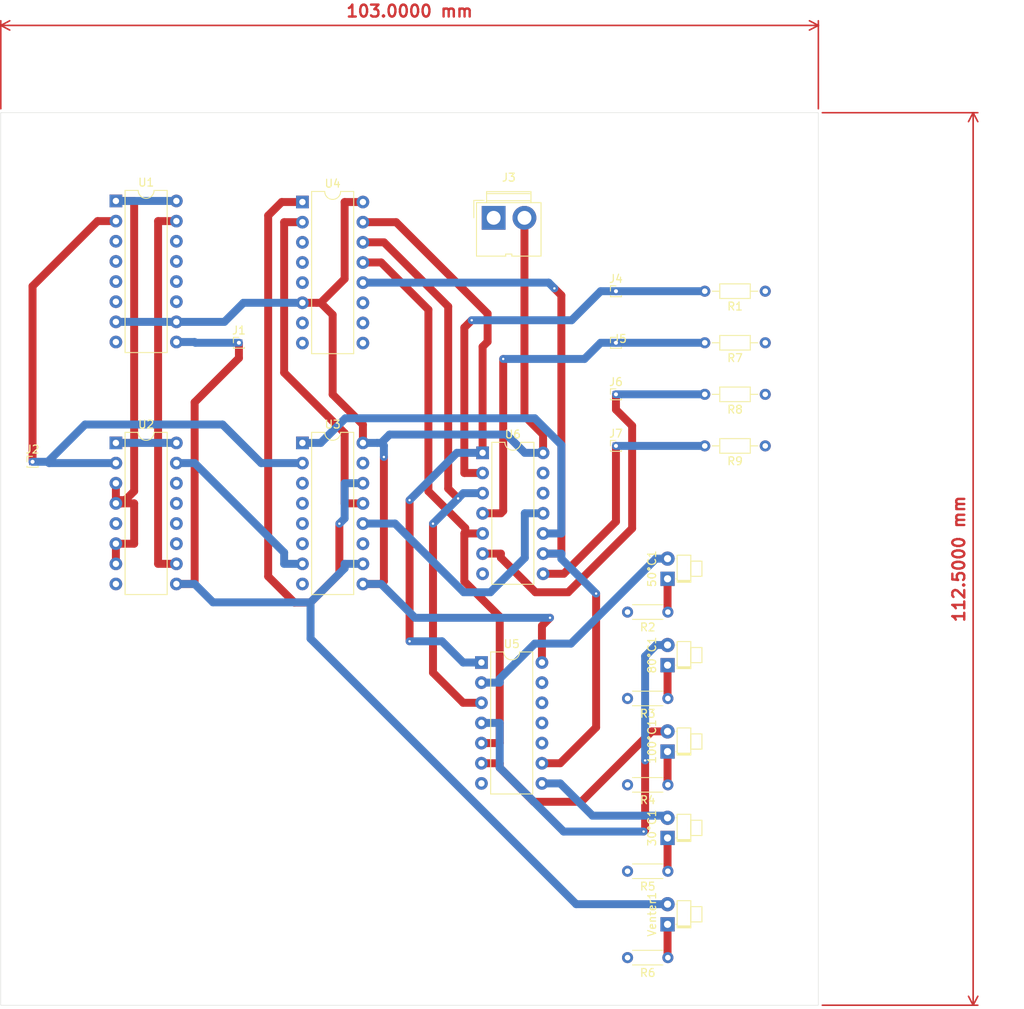
<source format=kicad_pcb>
(kicad_pcb (version 20240108) (generator "pcbnew") (generator_version "8.0")
  (layers (0 "F.Cu" signal) (31 "B.Cu" signal) (34 "B.Paste" user) (35 "F.Paste" user) (36 "B.SilkS" user "B.Silkscreen") (37 "F.SilkS" user "F.Silkscreen") (38 "B.Mask" user) (39 "F.Mask" user) (44 "Edge.Cuts" user))
  (net 0 "")
  (net 1 "Net-(J1-Pin_1)")
  (net 2 "Net-(J2-Pin_1)")
  (net 3 "GND")
  (net 4 "+5V")
  (net 9 "Net-(U1-TC)")
  (net 13 "Net-(U2-TC)")
  (net 15 "Net-(U3-Q1)")
  (net 17 "Net-(U3-~{MR})")
  (net 18 "Net-(U3-Q0)")
  (net 20 "Net-(U3-Q2)")
  (net 23 "Net-(U4-Y3)")
  (net 24 "Net-(U4-Y2)")
  (net 25 "Net-(U4-Y0)")
  (net 27 "Net-(U4-Y1)")
  (net 31 "Net-(J4-Pin_1)")
  (net 32 "Net-(J5-Pin_1)")
  (net 33 "Net-(J6-Pin_1)")
  (net 36 "Net-(30°C1-K)")
  (net 37 "Net-(30°C1-A)")
  (net 38 "Net-(50°C1-A)")
  (net 39 "Net-(50°C1-K)")
  (net 40 "Net-(80°C1-A)")
  (net 41 "Net-(80°C1-K)")
  (net 42 "Net-(100°C1-K)")
  (net 43 "Net-(100°C1-A)")
  (net 44 "Net-(J7-Pin_1)")
  (net 45 "Net-(Venter1-K)")
  (footprint "Resistor_THT:R_Axial_DIN0204_L3.6mm_D1.6mm_P7.62mm_Horizontal" (layer "F.Cu") (at 191.31 59 180)
    (property "Reference" "R1" (at 3.81 -1.92 0) (layer "F.SilkS"))
    (property "Value" "5MΩ")
    (pad "1" thru_hole circle (at 0 0 180) (size 1.4 1.4) (drill 0.7) (layers "*.Cu" "*.Mask") (net 3 "GND"))
    (pad "2" thru_hole oval (at 7.62 0 180) (size 1.4 1.4) (drill 0.7) (layers "*.Cu" "*.Mask") (net 31 "Net-(J4-Pin_1)"))
  )
  (footprint "Resistor_THT:R_Axial_DIN0204_L3.6mm_D1.6mm_P7.62mm_Horizontal" (layer "F.Cu") (at 191.31 65.5 180)
    (property "Reference" "R7" (at 3.81 -1.92 0) (layer "F.SilkS"))
    (property "Value" "5MΩ")
    (pad "1" thru_hole circle (at 0 0 180) (size 1.4 1.4) (drill 0.7) (layers "*.Cu" "*.Mask") (net 3 "GND"))
    (pad "2" thru_hole oval (at 7.62 0 180) (size 1.4 1.4) (drill 0.7) (layers "*.Cu" "*.Mask") (net 32 "Net-(J5-Pin_1)"))
  )
  (footprint "LED_THT:LED_D1.8mm_W1.8mm_H2.4mm_Horizontal_O1.27mm_Z8.2mm" (layer "F.Cu") (at 179 117.0278 90)
    (property "Reference" "100°C1" (at 1.27 -1.96 90) (layer "F.SilkS"))
    (property "Value" "LED")
    (pad "1" thru_hole rect (at 0 0 90) (size 1.8 1.8) (drill 0.9) (layers "*.Cu" "*.Mask") (net 42 "Net-(100°C1-K)"))
    (pad "2" thru_hole circle (at 2.54 0 90) (size 1.8 1.8) (drill 0.9) (layers "*.Cu" "*.Mask") (net 43 "Net-(100°C1-A)"))
  )
  (footprint "Resistor_THT:R_Axial_DIN0204_L3.6mm_D1.6mm_P5.08mm_Horizontal" (layer "F.Cu") (at 179.04 143 180)
    (property "Reference" "R6" (at 2.54 -1.92 0) (layer "F.SilkS"))
    (property "Value" "200Ω")
    (pad "1" thru_hole circle (at 0 0 180) (size 1.4 1.4) (drill 0.7) (layers "*.Cu" "*.Mask") (net 45 "Net-(Venter1-K)"))
    (pad "2" thru_hole oval (at 5.08 0 180) (size 1.4 1.4) (drill 0.7) (layers "*.Cu" "*.Mask") (net 3 "GND"))
  )
  (footprint "LED_THT:LED_D1.8mm_W1.8mm_H2.4mm_Horizontal_O1.27mm_Z8.2mm" (layer "F.Cu") (at 179 106.1389 90)
    (property "Reference" "80°C1" (at 1.27 -1.96 90) (layer "F.SilkS"))
    (property "Value" "LED")
    (pad "1" thru_hole rect (at 0 0 90) (size 1.8 1.8) (drill 0.9) (layers "*.Cu" "*.Mask") (net 41 "Net-(80°C1-K)"))
    (pad "2" thru_hole circle (at 2.54 0 90) (size 1.8 1.8) (drill 0.9) (layers "*.Cu" "*.Mask") (net 40 "Net-(80°C1-A)"))
  )
  (footprint "LED_THT:LED_D1.8mm_W1.8mm_H2.4mm_Horizontal_O1.27mm_Z8.2mm" (layer "F.Cu") (at 179 127.9167 90)
    (property "Reference" "30°C1" (at 1.27 -1.96 90) (layer "F.SilkS"))
    (property "Value" "LED")
    (pad "1" thru_hole rect (at 0 0 90) (size 1.8 1.8) (drill 0.9) (layers "*.Cu" "*.Mask") (net 36 "Net-(30°C1-K)"))
    (pad "2" thru_hole circle (at 2.54 0 90) (size 1.8 1.8) (drill 0.9) (layers "*.Cu" "*.Mask") (net 37 "Net-(30°C1-A)"))
  )
  (footprint "Connector_PinHeader_1.00mm:PinHeader_1x01_P1.00mm_Vertical" (layer "F.Cu") (at 172.5 65.5)
    (property "Reference" "J5" (at 0.5 -0.5 0) (layer "F.SilkS"))
    (property "Value" "80°C")
    (pad "1" thru_hole rect (at 0 0) (size 0.85 0.85) (drill 0.5) (layers "*.Cu" "*.Mask") (net 32 "Net-(J5-Pin_1)"))
  )
  (footprint "LED_THT:LED_D1.8mm_W1.8mm_H2.4mm_Horizontal_O1.27mm_Z8.2mm" (layer "F.Cu") (at 179 138.8056 90)
    (property "Reference" "Venter1" (at 1.27 -1.96 90) (layer "F.SilkS"))
    (property "Value" "LED")
    (pad "1" thru_hole rect (at 0 0 90) (size 1.8 1.8) (drill 0.9) (layers "*.Cu" "*.Mask") (net 45 "Net-(Venter1-K)"))
    (pad "2" thru_hole circle (at 2.54 0 90) (size 1.8 1.8) (drill 0.9) (layers "*.Cu" "*.Mask") (net 1 "Net-(J1-Pin_1)"))
  )
  (footprint "Connector_PinHeader_1.00mm:PinHeader_1x01_P1.00mm_Vertical" (layer "F.Cu") (at 172.5 59)
    (property "Reference" "J4" (at 0 -1.56 0) (layer "F.SilkS"))
    (property "Value" "50°C")
    (pad "1" thru_hole rect (at 0 0) (size 0.85 0.85) (drill 0.5) (layers "*.Cu" "*.Mask") (net 31 "Net-(J4-Pin_1)"))
  )
  (footprint "Package_DIP:DIP-16_W7.62mm" (layer "F.Cu") (at 133 78.125)
    (property "Reference" "U3" (at 3.81 -2.33 0) (layer "F.SilkS"))
    (property "Value" "SN74HC163N")
    (pad "1" thru_hole rect (at 0 0) (size 1.6 1.6) (drill 0.8) (layers "*.Cu" "*.Mask") (net 17 "Net-(U3-~{MR})"))
    (pad "2" thru_hole oval (at 0 2.54) (size 1.6 1.6) (drill 0.8) (layers "*.Cu" "*.Mask") (net 2 "Net-(J2-Pin_1)"))
    (pad "3" thru_hole oval (at 0 5.08) (size 1.6 1.6) (drill 0.8) (layers "*.Cu" "*.Mask") (net 3 "GND"))
    (pad "4" thru_hole oval (at 0 7.62) (size 1.6 1.6) (drill 0.8) (layers "*.Cu" "*.Mask") (net 3 "GND"))
    (pad "5" thru_hole oval (at 0 10.16) (size 1.6 1.6) (drill 0.8) (layers "*.Cu" "*.Mask") (net 3 "GND"))
    (pad "6" thru_hole oval (at 0 12.7) (size 1.6 1.6) (drill 0.8) (layers "*.Cu" "*.Mask") (net 3 "GND"))
    (pad "7" thru_hole oval (at 0 15.24) (size 1.6 1.6) (drill 0.8) (layers "*.Cu" "*.Mask") (net 13 "Net-(U2-TC)"))
    (pad "8" thru_hole oval (at 0 17.78) (size 1.6 1.6) (drill 0.8) (layers "*.Cu" "*.Mask") (net 3 "GND"))
    (pad "9" thru_hole oval (at 7.62 17.78) (size 1.6 1.6) (drill 0.8) (layers "*.Cu" "*.Mask") (net 4 "+5V"))
    (pad "10" thru_hole oval (at 7.62 15.24) (size 1.6 1.6) (drill 0.8) (layers "*.Cu" "*.Mask") (net 1 "Net-(J1-Pin_1)"))
    (pad "11" thru_hole oval (at 7.62 12.7) (size 1.6 1.6) (drill 0.8) (layers "*.Cu" "*.Mask"))
    (pad "12" thru_hole oval (at 7.62 10.16) (size 1.6 1.6) (drill 0.8) (layers "*.Cu" "*.Mask") (net 20 "Net-(U3-Q2)"))
    (pad "13" thru_hole oval (at 7.62 7.62) (size 1.6 1.6) (drill 0.8) (layers "*.Cu" "*.Mask") (net 15 "Net-(U3-Q1)"))
    (pad "14" thru_hole oval (at 7.62 5.08) (size 1.6 1.6) (drill 0.8) (layers "*.Cu" "*.Mask") (net 18 "Net-(U3-Q0)"))
    (pad "15" thru_hole oval (at 7.62 2.54) (size 1.6 1.6) (drill 0.8) (layers "*.Cu" "*.Mask"))
    (pad "16" thru_hole oval (at 7.62 0) (size 1.6 1.6) (drill 0.8) (layers "*.Cu" "*.Mask") (net 4 "+5V"))
  )
  (footprint "Connector_PinHeader_1.00mm:PinHeader_1x01_P1.00mm_Vertical" (layer "F.Cu") (at 172.5 78.5)
    (property "Reference" "J7" (at 0 -1.56 0) (layer "F.SilkS"))
    (property "Value" "30°C")
    (pad "1" thru_hole rect (at 0 0) (size 0.85 0.85) (drill 0.5) (layers "*.Cu" "*.Mask") (net 44 "Net-(J7-Pin_1)"))
  )
  (footprint "Resistor_THT:R_Axial_DIN0204_L3.6mm_D1.6mm_P7.62mm_Horizontal" (layer "F.Cu") (at 191.31 72 180)
    (property "Reference" "R8" (at 3.81 -1.92 0) (layer "F.SilkS"))
    (property "Value" "5MΩ")
    (pad "1" thru_hole circle (at 0 0 180) (size 1.4 1.4) (drill 0.7) (layers "*.Cu" "*.Mask") (net 3 "GND"))
    (pad "2" thru_hole oval (at 7.62 0 180) (size 1.4 1.4) (drill 0.7) (layers "*.Cu" "*.Mask") (net 33 "Net-(J6-Pin_1)"))
  )
  (footprint "Package_DIP:DIP-16_W7.62mm" (layer "F.Cu") (at 109.5 78.125)
    (property "Reference" "U2" (at 3.81 -2.33 0) (layer "F.SilkS"))
    (property "Value" "SN74HC163N")
    (pad "1" thru_hole rect (at 0 0) (size 1.6 1.6) (drill 0.8) (layers "*.Cu" "*.Mask") (net 4 "+5V"))
    (pad "2" thru_hole oval (at 0 2.54) (size 1.6 1.6) (drill 0.8) (layers "*.Cu" "*.Mask") (net 2 "Net-(J2-Pin_1)"))
    (pad "3" thru_hole oval (at 0 5.08) (size 1.6 1.6) (drill 0.8) (layers "*.Cu" "*.Mask") (net 4 "+5V"))
    (pad "4" thru_hole oval (at 0 7.62) (size 1.6 1.6) (drill 0.8) (layers "*.Cu" "*.Mask") (net 4 "+5V"))
    (pad "5" thru_hole oval (at 0 10.16) (size 1.6 1.6) (drill 0.8) (layers "*.Cu" "*.Mask") (net 3 "GND"))
    (pad "6" thru_hole oval (at 0 12.7) (size 1.6 1.6) (drill 0.8) (layers "*.Cu" "*.Mask") (net 4 "+5V"))
    (pad "7" thru_hole oval (at 0 15.24) (size 1.6 1.6) (drill 0.8) (layers "*.Cu" "*.Mask") (net 4 "+5V"))
    (pad "8" thru_hole oval (at 0 17.78) (size 1.6 1.6) (drill 0.8) (layers "*.Cu" "*.Mask") (net 3 "GND"))
    (pad "9" thru_hole oval (at 7.62 17.78) (size 1.6 1.6) (drill 0.8) (layers "*.Cu" "*.Mask") (net 1 "Net-(J1-Pin_1)"))
    (pad "10" thru_hole oval (at 7.62 15.24) (size 1.6 1.6) (drill 0.8) (layers "*.Cu" "*.Mask") (net 9 "Net-(U1-TC)"))
    (pad "11" thru_hole oval (at 7.62 12.7) (size 1.6 1.6) (drill 0.8) (layers "*.Cu" "*.Mask"))
    (pad "12" thru_hole oval (at 7.62 10.16) (size 1.6 1.6) (drill 0.8) (layers "*.Cu" "*.Mask"))
    (pad "13" thru_hole oval (at 7.62 7.62) (size 1.6 1.6) (drill 0.8) (layers "*.Cu" "*.Mask"))
    (pad "14" thru_hole oval (at 7.62 5.08) (size 1.6 1.6) (drill 0.8) (layers "*.Cu" "*.Mask"))
    (pad "15" thru_hole oval (at 7.62 2.54) (size 1.6 1.6) (drill 0.8) (layers "*.Cu" "*.Mask") (net 13 "Net-(U2-TC)"))
    (pad "16" thru_hole oval (at 7.62 0) (size 1.6 1.6) (drill 0.8) (layers "*.Cu" "*.Mask") (net 4 "+5V"))
  )
  (footprint "Package_DIP:DIP-14_W7.62mm" (layer "F.Cu") (at 155.555 105.8)
    (property "Reference" "U5" (at 3.81 -2.33 0) (layer "F.SilkS"))
    (property "Value" "SN74HC04N")
    (pad "1" thru_hole rect (at 0 0) (size 1.6 1.6) (drill 0.8) (layers "*.Cu" "*.Mask") (net 25 "Net-(U4-Y0)"))
    (pad "2" thru_hole oval (at 0 2.54) (size 1.6 1.6) (drill 0.8) (layers "*.Cu" "*.Mask") (net 38 "Net-(50°C1-A)"))
    (pad "3" thru_hole oval (at 0 5.08) (size 1.6 1.6) (drill 0.8) (layers "*.Cu" "*.Mask") (net 27 "Net-(U4-Y1)"))
    (pad "4" thru_hole oval (at 0 7.62) (size 1.6 1.6) (drill 0.8) (layers "*.Cu" "*.Mask") (net 40 "Net-(80°C1-A)"))
    (pad "5" thru_hole oval (at 0 10.16) (size 1.6 1.6) (drill 0.8) (layers "*.Cu" "*.Mask") (net 24 "Net-(U4-Y2)"))
    (pad "6" thru_hole oval (at 0 12.7) (size 1.6 1.6) (drill 0.8) (layers "*.Cu" "*.Mask") (net 43 "Net-(100°C1-A)"))
    (pad "7" thru_hole oval (at 0 15.24) (size 1.6 1.6) (drill 0.8) (layers "*.Cu" "*.Mask") (net 3 "GND"))
    (pad "8" thru_hole oval (at 7.62 15.24) (size 1.6 1.6) (drill 0.8) (layers "*.Cu" "*.Mask") (net 37 "Net-(30°C1-A)"))
    (pad "9" thru_hole oval (at 7.62 12.7) (size 1.6 1.6) (drill 0.8) (layers "*.Cu" "*.Mask") (net 23 "Net-(U4-Y3)"))
    (pad "10" thru_hole oval (at 7.62 10.16) (size 1.6 1.6) (drill 0.8) (layers "*.Cu" "*.Mask"))
    (pad "11" thru_hole oval (at 7.62 7.62) (size 1.6 1.6) (drill 0.8) (layers "*.Cu" "*.Mask"))
    (pad "12" thru_hole oval (at 7.62 5.08) (size 1.6 1.6) (drill 0.8) (layers "*.Cu" "*.Mask"))
    (pad "13" thru_hole oval (at 7.62 2.54) (size 1.6 1.6) (drill 0.8) (layers "*.Cu" "*.Mask"))
    (pad "14" thru_hole oval (at 7.62 0) (size 1.6 1.6) (drill 0.8) (layers "*.Cu" "*.Mask") (net 4 "+5V"))
  )
  (footprint "Connector_PinHeader_1.00mm:PinHeader_1x01_P1.00mm_Vertical" (layer "F.Cu") (at 125 65.5)
    (property "Reference" "J1" (at 0 -1.56 0) (layer "F.SilkS"))
    (property "Value" "Afv_displ")
    (pad "1" thru_hole rect (at 0 0) (size 0.85 0.85) (drill 0.5) (layers "*.Cu" "*.Mask") (net 1 "Net-(J1-Pin_1)"))
  )
  (footprint "Resistor_THT:R_Axial_DIN0204_L3.6mm_D1.6mm_P7.62mm_Horizontal" (layer "F.Cu") (at 191.31 78.5 180)
    (property "Reference" "R9" (at 3.81 -1.92 0) (layer "F.SilkS"))
    (property "Value" "5MΩ")
    (pad "1" thru_hole circle (at 0 0 180) (size 1.4 1.4) (drill 0.7) (layers "*.Cu" "*.Mask") (net 3 "GND"))
    (pad "2" thru_hole oval (at 7.62 0 180) (size 1.4 1.4) (drill 0.7) (layers "*.Cu" "*.Mask") (net 44 "Net-(J7-Pin_1)"))
  )
  (footprint "LED_THT:LED_D1.8mm_W1.8mm_H2.4mm_Horizontal_O1.27mm_Z8.2mm" (layer "F.Cu") (at 179 95.25 90)
    (property "Reference" "50°C1" (at 1.27 -1.96 90) (layer "F.SilkS"))
    (property "Value" "LED")
    (pad "1" thru_hole rect (at 0 0 90) (size 1.8 1.8) (drill 0.9) (layers "*.Cu" "*.Mask") (net 39 "Net-(50°C1-K)"))
    (pad "2" thru_hole circle (at 2.54 0 90) (size 1.8 1.8) (drill 0.9) (layers "*.Cu" "*.Mask") (net 38 "Net-(50°C1-A)"))
  )
  (footprint "Connector:JWT_A3963_1x02_P3.96mm_Vertical" (layer "F.Cu") (at 157.0925 49.75)
    (property "Reference" "J3" (at 1.91 -5.08 0) (layer "F.SilkS"))
    (property "Value" "Conn_01x02_Pin")
    (pad "1" thru_hole rect (at 0 0) (size 3 3) (drill 1.75) (layers "*.Cu" "*.Mask") (net 3 "GND"))
    (pad "2" thru_hole circle (at 3.88 0) (size 3 3) (drill 1.75) (layers "*.Cu" "*.Mask") (net 4 "+5V"))
  )
  (footprint "Connector_PinHeader_1.00mm:PinHeader_1x01_P1.00mm_Vertical" (layer "F.Cu") (at 99 80.5)
    (property "Reference" "J2" (at 0 -1.56 0) (layer "F.SilkS"))
    (property "Value" "Clk")
    (pad "1" thru_hole rect (at 0 0) (size 0.85 0.85) (drill 0.5) (layers "*.Cu" "*.Mask") (net 2 "Net-(J2-Pin_1)"))
  )
  (footprint "Resistor_THT:R_Axial_DIN0204_L3.6mm_D1.6mm_P5.08mm_Horizontal" (layer "F.Cu") (at 179.04 99.4444 180)
    (property "Reference" "R2" (at 2.54 -1.92 0) (layer "F.SilkS"))
    (property "Value" "200Ω")
    (pad "1" thru_hole circle (at 0 0 180) (size 1.4 1.4) (drill 0.7) (layers "*.Cu" "*.Mask") (net 39 "Net-(50°C1-K)"))
    (pad "2" thru_hole oval (at 5.08 0 180) (size 1.4 1.4) (drill 0.7) (layers "*.Cu" "*.Mask") (net 3 "GND"))
  )
  (footprint "Resistor_THT:R_Axial_DIN0204_L3.6mm_D1.6mm_P5.08mm_Horizontal" (layer "F.Cu") (at 179.04 132.1111 180)
    (property "Reference" "R5" (at 2.54 -1.92 0) (layer "F.SilkS"))
    (property "Value" "200Ω")
    (pad "1" thru_hole circle (at 0 0 180) (size 1.4 1.4) (drill 0.7) (layers "*.Cu" "*.Mask") (net 36 "Net-(30°C1-K)"))
    (pad "2" thru_hole oval (at 5.08 0 180) (size 1.4 1.4) (drill 0.7) (layers "*.Cu" "*.Mask") (net 3 "GND"))
  )
  (footprint "Package_DIP:DIP-16_W7.62mm" (layer "F.Cu") (at 109.5 47.625)
    (property "Reference" "U1" (at 3.81 -2.33 0) (layer "F.SilkS"))
    (property "Value" "SN74HC163N")
    (pad "1" thru_hole rect (at 0 0) (size 1.6 1.6) (drill 0.8) (layers "*.Cu" "*.Mask") (net 4 "+5V"))
    (pad "2" thru_hole oval (at 0 2.54) (size 1.6 1.6) (drill 0.8) (layers "*.Cu" "*.Mask") (net 2 "Net-(J2-Pin_1)"))
    (pad "3" thru_hole oval (at 0 5.08) (size 1.6 1.6) (drill 0.8) (layers "*.Cu" "*.Mask") (net 3 "GND"))
    (pad "4" thru_hole oval (at 0 7.62) (size 1.6 1.6) (drill 0.8) (layers "*.Cu" "*.Mask") (net 3 "GND"))
    (pad "5" thru_hole oval (at 0 10.16) (size 1.6 1.6) (drill 0.8) (layers "*.Cu" "*.Mask") (net 3 "GND"))
    (pad "6" thru_hole oval (at 0 12.7) (size 1.6 1.6) (drill 0.8) (layers "*.Cu" "*.Mask") (net 3 "GND"))
    (pad "7" thru_hole oval (at 0 15.24) (size 1.6 1.6) (drill 0.8) (layers "*.Cu" "*.Mask") (net 4 "+5V"))
    (pad "8" thru_hole oval (at 0 17.78) (size 1.6 1.6) (drill 0.8) (layers "*.Cu" "*.Mask") (net 3 "GND"))
    (pad "9" thru_hole oval (at 7.62 17.78) (size 1.6 1.6) (drill 0.8) (layers "*.Cu" "*.Mask") (net 1 "Net-(J1-Pin_1)"))
    (pad "10" thru_hole oval (at 7.62 15.24) (size 1.6 1.6) (drill 0.8) (layers "*.Cu" "*.Mask") (net 4 "+5V"))
    (pad "11" thru_hole oval (at 7.62 12.7) (size 1.6 1.6) (drill 0.8) (layers "*.Cu" "*.Mask"))
    (pad "12" thru_hole oval (at 7.62 10.16) (size 1.6 1.6) (drill 0.8) (layers "*.Cu" "*.Mask"))
    (pad "13" thru_hole oval (at 7.62 7.62) (size 1.6 1.6) (drill 0.8) (layers "*.Cu" "*.Mask"))
    (pad "14" thru_hole oval (at 7.62 5.08) (size 1.6 1.6) (drill 0.8) (layers "*.Cu" "*.Mask"))
    (pad "15" thru_hole oval (at 7.62 2.54) (size 1.6 1.6) (drill 0.8) (layers "*.Cu" "*.Mask") (net 9 "Net-(U1-TC)"))
    (pad "16" thru_hole oval (at 7.62 0) (size 1.6 1.6) (drill 0.8) (layers "*.Cu" "*.Mask") (net 4 "+5V"))
  )
  (footprint "Connector_PinHeader_1.00mm:PinHeader_1x01_P1.00mm_Vertical" (layer "F.Cu") (at 172.5 72)
    (property "Reference" "J6" (at 0 -1.56 0) (layer "F.SilkS"))
    (property "Value" "100°C")
    (pad "1" thru_hole rect (at 0 0) (size 0.85 0.85) (drill 0.5) (layers "*.Cu" "*.Mask") (net 33 "Net-(J6-Pin_1)"))
  )
  (footprint "Package_DIP:DIP-16_W7.62mm" (layer "F.Cu") (at 133 47.76)
    (property "Reference" "U4" (at 3.81 -2.33 0) (layer "F.SilkS"))
    (property "Value" "74HC138N")
    (pad "1" thru_hole rect (at 0 0) (size 1.6 1.6) (drill 0.8) (layers "*.Cu" "*.Mask") (net 18 "Net-(U3-Q0)"))
    (pad "2" thru_hole oval (at 0 2.54) (size 1.6 1.6) (drill 0.8) (layers "*.Cu" "*.Mask") (net 15 "Net-(U3-Q1)"))
    (pad "3" thru_hole oval (at 0 5.08) (size 1.6 1.6) (drill 0.8) (layers "*.Cu" "*.Mask") (net 3 "GND"))
    (pad "4" thru_hole oval (at 0 7.62) (size 1.6 1.6) (drill 0.8) (layers "*.Cu" "*.Mask") (net 3 "GND"))
    (pad "5" thru_hole oval (at 0 10.16) (size 1.6 1.6) (drill 0.8) (layers "*.Cu" "*.Mask") (net 3 "GND"))
    (pad "6" thru_hole oval (at 0 12.7) (size 1.6 1.6) (drill 0.8) (layers "*.Cu" "*.Mask") (net 4 "+5V"))
    (pad "7" thru_hole oval (at 0 15.24) (size 1.6 1.6) (drill 0.8) (layers "*.Cu" "*.Mask"))
    (pad "8" thru_hole oval (at 0 17.78) (size 1.6 1.6) (drill 0.8) (layers "*.Cu" "*.Mask") (net 3 "GND"))
    (pad "9" thru_hole oval (at 7.62 17.78) (size 1.6 1.6) (drill 0.8) (layers "*.Cu" "*.Mask"))
    (pad "10" thru_hole oval (at 7.62 15.24) (size 1.6 1.6) (drill 0.8) (layers "*.Cu" "*.Mask"))
    (pad "11" thru_hole oval (at 7.62 12.7) (size 1.6 1.6) (drill 0.8) (layers "*.Cu" "*.Mask"))
    (pad "12" thru_hole oval (at 7.62 10.16) (size 1.6 1.6) (drill 0.8) (layers "*.Cu" "*.Mask") (net 23 "Net-(U4-Y3)"))
    (pad "13" thru_hole oval (at 7.62 7.62) (size 1.6 1.6) (drill 0.8) (layers "*.Cu" "*.Mask") (net 24 "Net-(U4-Y2)"))
    (pad "14" thru_hole oval (at 7.62 5.08) (size 1.6 1.6) (drill 0.8) (layers "*.Cu" "*.Mask") (net 27 "Net-(U4-Y1)"))
    (pad "15" thru_hole oval (at 7.62 2.54) (size 1.6 1.6) (drill 0.8) (layers "*.Cu" "*.Mask") (net 25 "Net-(U4-Y0)"))
    (pad "16" thru_hole oval (at 7.62 0) (size 1.6 1.6) (drill 0.8) (layers "*.Cu" "*.Mask") (net 4 "+5V"))
  )
  (footprint "Resistor_THT:R_Axial_DIN0204_L3.6mm_D1.6mm_P5.08mm_Horizontal" (layer "F.Cu") (at 179.04 110.3333 180)
    (property "Reference" "R3" (at 2.54 -1.92 0) (layer "F.SilkS"))
    (property "Value" "200Ω")
    (pad "1" thru_hole circle (at 0 0 180) (size 1.4 1.4) (drill 0.7) (layers "*.Cu" "*.Mask") (net 41 "Net-(80°C1-K)"))
    (pad "2" thru_hole oval (at 5.08 0 180) (size 1.4 1.4) (drill 0.7) (layers "*.Cu" "*.Mask") (net 3 "GND"))
  )
  (footprint "Resistor_THT:R_Axial_DIN0204_L3.6mm_D1.6mm_P5.08mm_Horizontal" (layer "F.Cu") (at 179.04 121.2222 180)
    (property "Reference" "R4" (at 2.54 -1.92 0) (layer "F.SilkS"))
    (property "Value" "200Ω")
    (pad "1" thru_hole circle (at 0 0 180) (size 1.4 1.4) (drill 0.7) (layers "*.Cu" "*.Mask") (net 42 "Net-(100°C1-K)"))
    (pad "2" thru_hole oval (at 5.08 0 180) (size 1.4 1.4) (drill 0.7) (layers "*.Cu" "*.Mask") (net 3 "GND"))
  )
  (footprint "Package_DIP:DIP-14_W7.62mm" (layer "F.Cu") (at 155.7 79.375)
    (property "Reference" "U6" (at 3.81 -2.33 0) (layer "F.SilkS"))
    (property "Value" "SN74HC04N")
    (pad "1" thru_hole rect (at 0 0) (size 1.6 1.6) (drill 0.8) (layers "*.Cu" "*.Mask") (net 25 "Net-(U4-Y0)"))
    (pad "2" thru_hole oval (at 0 2.54) (size 1.6 1.6) (drill 0.8) (layers "*.Cu" "*.Mask") (net 31 "Net-(J4-Pin_1)"))
    (pad "3" thru_hole oval (at 0 5.08) (size 1.6 1.6) (drill 0.8) (layers "*.Cu" "*.Mask") (net 27 "Net-(U4-Y1)"))
    (pad "4" thru_hole oval (at 0 7.62) (size 1.6 1.6) (drill 0.8) (layers "*.Cu" "*.Mask") (net 32 "Net-(J5-Pin_1)"))
    (pad "5" thru_hole oval (at 0 10.16) (size 1.6 1.6) (drill 0.8) (layers "*.Cu" "*.Mask") (net 24 "Net-(U4-Y2)"))
    (pad "6" thru_hole oval (at 0 12.7) (size 1.6 1.6) (drill 0.8) (layers "*.Cu" "*.Mask") (net 33 "Net-(J6-Pin_1)"))
    (pad "7" thru_hole oval (at 0 15.24) (size 1.6 1.6) (drill 0.8) (layers "*.Cu" "*.Mask") (net 3 "GND"))
    (pad "8" thru_hole oval (at 7.62 15.24) (size 1.6 1.6) (drill 0.8) (layers "*.Cu" "*.Mask") (net 44 "Net-(J7-Pin_1)"))
    (pad "9" thru_hole oval (at 7.62 12.7) (size 1.6 1.6) (drill 0.8) (layers "*.Cu" "*.Mask") (net 23 "Net-(U4-Y3)"))
    (pad "10" thru_hole oval (at 7.62 10.16) (size 1.6 1.6) (drill 0.8) (layers "*.Cu" "*.Mask") (net 17 "Net-(U3-~{MR})"))
    (pad "11" thru_hole oval (at 7.62 7.62) (size 1.6 1.6) (drill 0.8) (layers "*.Cu" "*.Mask") (net 20 "Net-(U3-Q2)"))
    (pad "12" thru_hole oval (at 7.62 5.08) (size 1.6 1.6) (drill 0.8) (layers "*.Cu" "*.Mask"))
    (pad "13" thru_hole oval (at 7.62 2.54) (size 1.6 1.6) (drill 0.8) (layers "*.Cu" "*.Mask"))
    (pad "14" thru_hole oval (at 7.62 0) (size 1.6 1.6) (drill 0.8) (layers "*.Cu" "*.Mask") (net 4 "+5V"))
  )
  (gr_rect (start 95 36.5) (end 198 149) (stroke (width 0.05)) (fill none) (layer "Edge.Cuts"))
  (dimension (type aligned) (layer "F.Cu") (pts (xy 95 36.5) (xy 198 36.5)) (height -11) (gr_text "103.0000 mm" (at 146.5 23.7 0) (layer "F.Cu") (effects (font (size 1.5 1.5) (thickness 0.3)))) (format (prefix "") (suffix "") (units 3) (units_format 1) (precision 4)) (style (thickness 0.2) (arrow_length 1.27) (text_position_mode 0) (extension_height 0.58642) (extension_offset 0.5) keep_text_aligned))
  (dimension (type aligned) (layer "F.Cu") (pts (xy 198 36.5) (xy 198 149)) (height -19.5) (gr_text "112.5000 mm" (at 215.7 92.75 90) (layer "F.Cu") (effects (font (size 1.5 1.5) (thickness 0.3)))) (format (prefix "") (suffix "") (units 3) (units_format 1) (precision 4)) (style (thickness 0.2) (arrow_length 1.27) (text_position_mode 0) (extension_height 0.58642) (extension_offset 0.5) keep_text_aligned))
  (segment (start 125 65.5) (end 125 67.4267) (width 1) (layer "F.Cu") (net 1))
  (segment (start 117.12 95.905) (end 119.4217 95.905) (width 1) (layer "F.Cu") (net 1))
  (segment (start 119.4217 95.905) (end 119.4217 73.005) (width 1) (layer "F.Cu") (net 1))
  (segment (start 119.4217 73.005) (end 125 67.4267) (width 1) (layer "F.Cu") (net 1))
  (segment (start 138.3183 93.926) (end 138.3183 93.365) (width 1) (layer "B.Cu") (net 1))
  (segment (start 119.4217 65.405) (end 119.5167 65.5) (width 1) (layer "B.Cu") (net 1))
  (segment (start 117.12 65.405) (end 119.4217 65.405) (width 1) (layer "B.Cu") (net 1))
  (segment (start 167.4933 136.2656) (end 179 136.2656) (width 1) (layer "B.Cu") (net 1))
  (segment (start 134.0241 98.2202) (end 138.3183 93.926) (width 1) (layer "B.Cu") (net 1))
  (segment (start 119.4217 95.905) (end 121.7369 98.2202) (width 1) (layer "B.Cu") (net 1))
  (segment (start 134.0241 98.2202) (end 134.0241 102.7964) (width 1) (layer "B.Cu") (net 1))
  (segment (start 140.62 93.365) (end 138.3183 93.365) (width 1) (layer "B.Cu") (net 1))
  (segment (start 117.12 95.905) (end 119.4217 95.905) (width 1) (layer "B.Cu") (net 1))
  (segment (start 121.7369 98.2202) (end 134.0241 98.2202) (width 1) (layer "B.Cu") (net 1))
  (segment (start 134.0241 102.7964) (end 167.4933 136.2656) (width 1) (layer "B.Cu") (net 1))
  (segment (start 119.5167 65.5) (end 125 65.5) (width 1) (layer "B.Cu") (net 1))
  (segment (start 99 58.3633) (end 107.1983 50.165) (width 1) (layer "F.Cu") (net 2))
  (segment (start 99 80.5) (end 99 58.3633) (width 1) (layer "F.Cu") (net 2))
  (segment (start 109.5 50.165) (end 107.1983 50.165) (width 1) (layer "F.Cu") (net 2))
  (segment (start 127.7982 80.665) (end 122.9381 75.8049) (width 1) (layer "B.Cu") (net 2))
  (segment (start 99 80.5) (end 100.9267 80.5) (width 1) (layer "B.Cu") (net 2))
  (segment (start 105.6218 75.8049) (end 100.9267 80.5) (width 1) (layer "B.Cu") (net 2))
  (segment (start 122.9381 75.8049) (end 105.6218 75.8049) (width 1) (layer "B.Cu") (net 2))
  (segment (start 133 80.665) (end 127.7982 80.665) (width 1) (layer "B.Cu") (net 2))
  (segment (start 101.0917 80.665) (end 100.9267 80.5) (width 1) (layer "B.Cu") (net 2))
  (segment (start 109.5 80.665) (end 101.0917 80.665) (width 1) (layer "B.Cu") (net 2))
  (segment (start 135.3002 60.46) (end 135.3017 60.46) (width 1) (layer "F.Cu") (net 4))
  (segment (start 109.7998 85.3321) (end 109.7998 85.332) (width 1) (layer "F.Cu") (net 4))
  (segment (start 110.15 85.745) (end 110.2127 85.745) (width 1) (layer "F.Cu") (net 4))
  (segment (start 109.5615 85.5067) (end 109.5 85.5067) (width 1) (layer "F.Cu") (net 4))
  (segment (start 140.62 78.125) (end 140.62 75.8233) (width 1) (layer "F.Cu") (net 4))
  (segment (start 109.8 85.3318) (end 110.6751 85.3318) (width 1) (layer "F.Cu") (net 4))
  (segment (start 136.81 61.9698) (end 136.81 72.0133) (width 1) (layer "F.Cu") (net 4))
  (segment (start 111.8017 90.825) (end 111.8017 85.745) (width 1) (layer "F.Cu") (net 4))
  (segment (start 143.263 95.5637) (end 142.9217 95.905) (width 1) (layer "F.Cu") (net 4))
  (segment (start 111.8017 84.2052) (end 111.8017 78.125) (width 1) (layer "F.Cu") (net 4))
  (segment (start 143.263 79.8955) (end 143.263 95.5637) (width 1) (layer "F.Cu") (net 4))
  (segment (start 110.475 85.745) (end 111.8017 85.745) (width 1) (layer "F.Cu") (net 4))
  (segment (start 140.62 95.905) (end 142.9217 95.905) (width 1) (layer "F.Cu") (net 4))
  (segment (start 109.5 62.865) (end 111.8017 62.865) (width 1) (layer "F.Cu") (net 4))
  (segment (start 111.8017 62.865) (end 111.8017 47.625) (width 1) (layer "F.Cu") (net 4))
  (segment (start 109.5 90.825) (end 111.8017 90.825) (width 1) (layer "F.Cu") (net 4))
  (segment (start 111.8002 78.125) (end 111.8017 78.125) (width 1) (layer "F.Cu") (net 4))
  (segment (start 109.5 83.205) (end 109.5 85.5067) (width 1) (layer "F.Cu") (net 4))
  (segment (start 111.8017 78.1235) (end 111.8017 62.865) (width 1) (layer "F.Cu") (net 4))
  (segment (start 109.5 78.125) (end 111.3009 78.125) (width 1) (layer "F.Cu") (net 4))
  (segment (start 164.1921 100.1643) (end 163.175 101.1814) (width 1) (layer "F.Cu") (net 4))
  (segment (start 163.175 101.1814) (end 163.175 105.8) (width 1) (layer "F.Cu") (net 4))
  (segment (start 136.81 72.0133) (end 140.62 75.8233) (width 1) (layer "F.Cu") (net 4))
  (segment (start 111.3009 78.125) (end 111.8002 78.125) (width 1) (layer "F.Cu") (net 4))
  (segment (start 138.3183 47.76) (end 138.3183 57.4434) (width 1) (layer "F.Cu") (net 4))
  (segment (start 163.32 79.375) (end 163.32 77.0733) (width 1) (layer "F.Cu") (net 4))
  (segment (start 110.6751 85.3318) (end 111.8017 84.2052) (width 1) (layer "F.Cu") (net 4))
  (segment (start 134.8009 60.46) (end 135.3002 60.46) (width 1) (layer "F.Cu") (net 4))
  (segment (start 109.5 47.625) (end 111.8017 47.625) (width 1) (layer "F.Cu") (net 4))
  (segment (start 135.3002 60.46) (end 136.81 61.9698) (width 1) (layer "F.Cu") (net 4))
  (segment (start 109.5 85.745) (end 109.7998 85.745) (width 1) (layer "F.Cu") (net 4))
  (segment (start 138.3183 57.4434) (end 135.3017 60.46) (width 1) (layer "F.Cu") (net 4))
  (segment (start 109.5 93.365) (end 109.5 90.825) (width 1) (layer "F.Cu") (net 4))
  (segment (start 110.15 85.745) (end 109.7998 85.745) (width 1) (layer "F.Cu") (net 4))
  (segment (start 133 60.46) (end 134.8009 60.46) (width 1) (layer "F.Cu") (net 4))
  (segment (start 160.9725 74.7258) (end 163.32 77.0733) (width 1) (layer "F.Cu") (net 4))
  (segment (start 111.8002 78.125) (end 111.8017 78.1235) (width 1) (layer "F.Cu") (net 4))
  (segment (start 109.7998 85.332) (end 109.8 85.3318) (width 1) (layer "F.Cu") (net 4))
  (segment (start 140.62 47.76) (end 138.3183 47.76) (width 1) (layer "F.Cu") (net 4))
  (segment (start 109.7998 85.745) (end 109.5615 85.5067) (width 1) (layer "F.Cu") (net 4))
  (segment (start 160.9725 49.75) (end 160.9725 74.7258) (width 1) (layer "F.Cu") (net 4))
  (segment (start 110.2127 85.745) (end 109.7998 85.3321) (width 1) (layer "F.Cu") (net 4))
  (segment (start 110.475 85.745) (end 110.2127 85.745) (width 1) (layer "F.Cu") (net 4))
  (via (at 164.1921 100.1643) (size 0.6) (drill 0.3) (layers "F.Cu" "B.Cu") (net 4))
  (via (at 143.263 79.8955) (size 0.6) (drill 0.3) (layers "F.Cu" "B.Cu") (net 4))
  (segment (start 140.62 78.125) (end 142.4209 78.125) (width 1) (layer "B.Cu") (net 4))
  (segment (start 117.12 78.125) (end 109.5 78.125) (width 1) (layer "B.Cu") (net 4))
  (segment (start 163.32 79.375) (end 161.0183 79.375) (width 1) (layer "B.Cu") (net 4))
  (segment (start 123.1709 62.865) (end 125.5759 60.46) (width 1) (layer "B.Cu") (net 4))
  (segment (start 147.181 100.1643) (end 164.1921 100.1643) (width 1) (layer "B.Cu") (net 4))
  (segment (start 158.7134 77.0701) (end 143.9766 77.0701) (width 1) (layer "B.Cu") (net 4))
  (segment (start 109.5 62.865) (end 117.12 62.865) (width 1) (layer "B.Cu") (net 4))
  (segment (start 143.263 78.4678) (end 143.263 79.8955) (width 1) (layer "B.Cu") (net 4))
  (segment (start 142.4209 78.125) (end 142.9202 78.125) (width 1) (layer "B.Cu") (net 4))
  (segment (start 125.5759 60.46) (end 133 60.46) (width 1) (layer "B.Cu") (net 4))
  (segment (start 140.62 95.905) (end 142.9217 95.905) (width 1) (layer "B.Cu") (net 4))
  (segment (start 142.9202 78.125) (end 143.263 78.4678) (width 1) (layer "B.Cu") (net 4))
  (segment (start 142.9202 78.125) (end 142.9217 78.125) (width 1) (layer "B.Cu") (net 4))
  (segment (start 142.9217 95.905) (end 147.181 100.1643) (width 1) (layer "B.Cu") (net 4))
  (segment (start 117.12 62.865) (end 123.1709 62.865) (width 1) (layer "B.Cu") (net 4))
  (segment (start 161.0183 79.375) (end 158.7134 77.0701) (width 1) (layer "B.Cu") (net 4))
  (segment (start 143.9766 77.0701) (end 142.9217 78.125) (width 1) (layer "B.Cu") (net 4))
  (segment (start 117.12 47.625) (end 109.5 47.625) (width 1) (layer "B.Cu") (net 4))
  (segment (start 114.8183 50.165) (end 114.8183 93.365) (width 1) (layer "F.Cu") (net 9))
  (segment (start 117.12 50.165) (end 114.8183 50.165) (width 1) (layer "F.Cu") (net 9))
  (segment (start 117.12 93.365) (end 114.8183 93.365) (width 1) (layer "F.Cu") (net 9))
  (segment (start 119.4217 80.665) (end 130.6983 91.9416) (width 1) (layer "B.Cu") (net 13))
  (segment (start 133 93.365) (end 130.6983 93.365) (width 1) (layer "B.Cu") (net 13))
  (segment (start 117.12 80.665) (end 119.4217 80.665) (width 1) (layer "B.Cu") (net 13))
  (segment (start 130.6983 91.9416) (end 130.6983 93.365) (width 1) (layer "B.Cu") (net 13))
  (segment (start 130.6983 69.2693) (end 130.6983 50.3) (width 1) (layer "F.Cu") (net 15))
  (segment (start 138.3183 76.8893) (end 130.6983 69.2693) (width 1) (layer "F.Cu") (net 15))
  (segment (start 133 50.3) (end 130.6983 50.3) (width 1) (layer "F.Cu") (net 15))
  (segment (start 140.62 85.745) (end 138.3183 85.745) (width 1) (layer "F.Cu") (net 15))
  (segment (start 138.3183 85.745) (end 138.3183 76.8893) (width 1) (layer "F.Cu") (net 15))
  (segment (start 165.6217 78.3683) (end 165.6217 89.535) (width 1) (layer "B.Cu") (net 17))
  (segment (start 162.2731 75.0197) (end 165.6217 78.3683) (width 1) (layer "B.Cu") (net 17))
  (segment (start 133 78.125) (end 135.3017 78.125) (width 1) (layer "B.Cu") (net 17))
  (segment (start 163.32 89.535) (end 165.6217 89.535) (width 1) (layer "B.Cu") (net 17))
  (segment (start 135.3017 78.125) (end 138.407 75.0197) (width 1) (layer "B.Cu") (net 17))
  (segment (start 138.407 75.0197) (end 162.2731 75.0197) (width 1) (layer "B.Cu") (net 17))
  (segment (start 137.6547 94.5888) (end 134.0003 98.2432) (width 1) (layer "F.Cu") (net 18))
  (segment (start 137.6547 88.3011) (end 137.6547 94.5888) (width 1) (layer "F.Cu") (net 18))
  (segment (start 128.6855 94.9523) (end 128.6855 49.4665) (width 1) (layer "F.Cu") (net 18))
  (segment (start 131.9764 98.2432) (end 128.6855 94.9523) (width 1) (layer "F.Cu") (net 18))
  (segment (start 128.6855 49.4665) (end 130.392 47.76) (width 1) (layer "F.Cu") (net 18))
  (segment (start 130.392 47.76) (end 133 47.76) (width 1) (layer "F.Cu") (net 18))
  (segment (start 134.0003 98.2432) (end 131.9764 98.2432) (width 1) (layer "F.Cu") (net 18))
  (via (at 137.6547 88.3011) (size 0.6) (drill 0.3) (layers "F.Cu" "B.Cu") (net 18))
  (segment (start 138.3183 87.6375) (end 137.6547 88.3011) (width 1) (layer "B.Cu") (net 18))
  (segment (start 138.3183 83.205) (end 138.3183 87.6375) (width 1) (layer "B.Cu") (net 18))
  (segment (start 140.62 83.205) (end 138.3183 83.205) (width 1) (layer "B.Cu") (net 18))
  (segment (start 156.6783 96.9503) (end 153.3306 96.9503) (width 1) (layer "B.Cu") (net 20))
  (segment (start 161.0183 86.995) (end 161.0183 92.6103) (width 1) (layer "B.Cu") (net 20))
  (segment (start 153.3306 96.9503) (end 144.6653 88.285) (width 1) (layer "B.Cu") (net 20))
  (segment (start 144.6653 88.285) (end 140.62 88.285) (width 1) (layer "B.Cu") (net 20))
  (segment (start 161.0183 92.6103) (end 156.6783 96.9503) (width 1) (layer "B.Cu") (net 20))
  (segment (start 163.32 86.995) (end 161.0183 86.995) (width 1) (layer "B.Cu") (net 20))
  (segment (start 165.6217 92.075) (end 165.6217 59.5216) (width 1) (layer "F.Cu") (net 23))
  (segment (start 163.175 118.5) (end 165.4767 118.5) (width 1) (layer "F.Cu") (net 23))
  (segment (start 170.0018 113.9749) (end 165.4767 118.5) (width 1) (layer "F.Cu") (net 23))
  (segment (start 170.0018 97.111) (end 170.0018 113.9749) (width 1) (layer "F.Cu") (net 23))
  (segment (start 165.6217 59.5216) (end 164.7432 58.6431) (width 1) (layer "F.Cu") (net 23))
  (segment (start 163.32 92.075) (end 165.6217 92.075) (width 1) (layer "F.Cu") (net 23))
  (via (at 170.0018 97.111) (size 0.6) (drill 0.3) (layers "F.Cu" "B.Cu") (net 23))
  (via (at 164.7432 58.6431) (size 0.6) (drill 0.3) (layers "F.Cu" "B.Cu") (net 23))
  (segment (start 165.6217 92.075) (end 165.6217 92.7309) (width 1) (layer "B.Cu") (net 23))
  (segment (start 164.0201 57.92) (end 140.62 57.92) (width 1) (layer "B.Cu") (net 23))
  (segment (start 165.6217 92.7309) (end 170.0018 97.111) (width 1) (layer "B.Cu") (net 23))
  (segment (start 163.32 92.075) (end 165.6217 92.075) (width 1) (layer "B.Cu") (net 23))
  (segment (start 164.7432 58.6431) (end 164.0201 57.92) (width 1) (layer "B.Cu") (net 23))
  (segment (start 153.5114 88.8549) (end 153.5114 89.535) (width 1) (layer "F.Cu") (net 24))
  (segment (start 148.8711 84.2146) (end 153.5114 88.8549) (width 1) (layer "F.Cu") (net 24))
  (segment (start 153.3983 89.535) (end 153.3983 95.5683) (width 1) (layer "F.Cu") (net 24))
  (segment (start 153.5114 89.535) (end 153.3983 89.535) (width 1) (layer "F.Cu") (net 24))
  (segment (start 155.555 115.96) (end 157.8567 115.96) (width 1) (layer "F.Cu") (net 24))
  (segment (start 148.8711 61.3294) (end 148.8711 84.2146) (width 1) (layer "F.Cu") (net 24))
  (segment (start 153.3983 95.5683) (end 157.8567 100.0267) (width 1) (layer "F.Cu") (net 24))
  (segment (start 155.7 89.535) (end 153.8992 89.535) (width 1) (layer "F.Cu") (net 24))
  (segment (start 157.8567 100.0267) (end 157.8567 115.96) (width 1) (layer "F.Cu") (net 24))
  (segment (start 140.62 55.38) (end 142.9217 55.38) (width 1) (layer "F.Cu") (net 24))
  (segment (start 153.8992 89.535) (end 153.5114 89.535) (width 1) (layer "F.Cu") (net 24))
  (segment (start 142.9217 55.38) (end 148.8711 61.3294) (width 1) (layer "F.Cu") (net 24))
  (segment (start 156.3306 61.8281) (end 144.8025 50.3) (width 1) (layer "F.Cu") (net 25))
  (segment (start 146.5005 85.3353) (end 146.5005 103.1301) (width 1) (layer "F.Cu") (net 25))
  (segment (start 144.8025 50.3) (end 140.62 50.3) (width 1) (layer "F.Cu") (net 25))
  (segment (start 156.3306 65.3637) (end 156.3306 61.8281) (width 1) (layer "F.Cu") (net 25))
  (segment (start 155.7 65.9943) (end 156.3306 65.3637) (width 1) (layer "F.Cu") (net 25))
  (segment (start 155.7 79.375) (end 155.7 65.9943) (width 1) (layer "F.Cu") (net 25))
  (via (at 146.5005 103.1301) (size 0.6) (drill 0.3) (layers "F.Cu" "B.Cu") (net 25))
  (via (at 146.5005 85.3353) (size 0.6) (drill 0.3) (layers "F.Cu" "B.Cu") (net 25))
  (segment (start 150.5834 103.1301) (end 153.2533 105.8) (width 1) (layer "B.Cu") (net 25))
  (segment (start 152.4608 79.375) (end 146.5005 85.3353) (width 1) (layer "B.Cu") (net 25))
  (segment (start 146.5005 103.1301) (end 150.5834 103.1301) (width 1) (layer "B.Cu") (net 25))
  (segment (start 155.7 79.375) (end 152.4608 79.375) (width 1) (layer "B.Cu") (net 25))
  (segment (start 155.555 105.8) (end 153.2533 105.8) (width 1) (layer "B.Cu") (net 25))
  (segment (start 151.3659 83.8787) (end 151.3659 60.9301) (width 1) (layer "F.Cu") (net 27))
  (segment (start 153.2533 110.88) (end 149.4491 107.0758) (width 1) (layer "F.Cu") (net 27))
  (segment (start 143.2758 52.84) (end 140.62 52.84) (width 1) (layer "F.Cu") (net 27))
  (segment (start 152.6101 85.1229) (end 151.3659 83.8787) (width 1) (layer "F.Cu") (net 27))
  (segment (start 155.555 110.88) (end 153.2533 110.88) (width 1) (layer "F.Cu") (net 27))
  (segment (start 149.4491 107.0758) (end 149.4491 88.3011) (width 1) (layer "F.Cu") (net 27))
  (segment (start 151.3659 60.9301) (end 143.2758 52.84) (width 1) (layer "F.Cu") (net 27))
  (via (at 149.4491 88.3011) (size 0.6) (drill 0.3) (layers "F.Cu" "B.Cu") (net 27))
  (via (at 152.6101 85.1229) (size 0.6) (drill 0.3) (layers "F.Cu" "B.Cu") (net 27))
  (segment (start 153.278 84.455) (end 152.6101 85.1229) (width 1) (layer "B.Cu") (net 27))
  (segment (start 152.6101 85.1401) (end 149.4491 88.3011) (width 1) (layer "B.Cu") (net 27))
  (segment (start 155.7 84.455) (end 153.278 84.455) (width 1) (layer "B.Cu") (net 27))
  (segment (start 152.6101 85.1229) (end 152.6101 85.1401) (width 1) (layer "B.Cu") (net 27))
  (segment (start 153.3983 63.59) (end 153.3983 81.915) (width 1) (layer "F.Cu") (net 31))
  (segment (start 154.3289 62.6594) (end 153.3983 63.59) (width 1) (layer "F.Cu") (net 31))
  (segment (start 155.7 81.915) (end 153.3983 81.915) (width 1) (layer "F.Cu") (net 31))
  (via (at 154.3289 62.6594) (size 0.6) (drill 0.3) (layers "F.Cu" "B.Cu") (net 31))
  (segment (start 166.9139 62.6594) (end 154.3289 62.6594) (width 1) (layer "B.Cu") (net 31))
  (segment (start 170.5733 59) (end 166.9139 62.6594) (width 1) (layer "B.Cu") (net 31))
  (segment (start 172.5 59) (end 170.5733 59) (width 1) (layer "B.Cu") (net 31))
  (segment (start 183.69 59) (end 172.5 59) (width 1) (layer "B.Cu") (net 31))
  (segment (start 155.7 86.995) (end 158.0017 86.995) (width 1) (layer "F.Cu") (net 32))
  (segment (start 158.2949 86.7018) (end 158.0017 86.995) (width 1) (layer "F.Cu") (net 32))
  (segment (start 158.2949 67.5405) (end 158.2949 86.7018) (width 1) (layer "F.Cu") (net 32))
  (via (at 158.2949 67.5405) (size 0.6) (drill 0.3) (layers "F.Cu" "B.Cu") (net 32))
  (segment (start 172.5 65.5) (end 183.69 65.5) (width 1) (layer "B.Cu") (net 32))
  (segment (start 168.5328 67.5405) (end 170.5733 65.5) (width 1) (layer "B.Cu") (net 32))
  (segment (start 172.5 65.5) (end 170.5733 65.5) (width 1) (layer "B.Cu") (net 32))
  (segment (start 158.2949 67.5405) (end 168.5328 67.5405) (width 1) (layer "B.Cu") (net 32))
  (segment (start 162.3625 96.9493) (end 158.0017 92.5885) (width 1) (layer "F.Cu") (net 33))
  (segment (start 155.7 92.075) (end 158.0017 92.075) (width 1) (layer "F.Cu") (net 33))
  (segment (start 172.5 72) (end 172.5 73.9267) (width 1) (layer "F.Cu") (net 33))
  (segment (start 174.539 88.8936) (end 166.4833 96.9493) (width 1) (layer "F.Cu") (net 33))
  (segment (start 172.5 73.9267) (end 174.539 75.9657) (width 1) (layer "F.Cu") (net 33))
  (segment (start 158.0017 92.5885) (end 158.0017 92.075) (width 1) (layer "F.Cu") (net 33))
  (segment (start 174.539 75.9657) (end 174.539 88.8936) (width 1) (layer "F.Cu") (net 33))
  (segment (start 166.4833 96.9493) (end 162.3625 96.9493) (width 1) (layer "F.Cu") (net 33))
  (segment (start 183.69 72) (end 172.5 72) (width 1) (layer "B.Cu") (net 33))
  (segment (start 179.04 132.1111) (end 179 132.0711) (width 1) (layer "F.Cu") (net 36))
  (segment (start 179 132.0711) (end 179 127.9167) (width 1) (layer "F.Cu") (net 36))
  (segment (start 178.7296 125.1063) (end 169.543 125.1063) (width 1) (layer "B.Cu") (net 37))
  (segment (start 169.543 125.1063) (end 165.4767 121.04) (width 1) (layer "B.Cu") (net 37))
  (segment (start 163.175 121.04) (end 165.4767 121.04) (width 1) (layer "B.Cu") (net 37))
  (segment (start 179 125.3767) (end 178.7296 125.1063) (width 1) (layer "B.Cu") (net 37))
  (segment (start 162.2841 103.4174) (end 157.8567 107.8448) (width 1) (layer "B.Cu") (net 38))
  (segment (start 155.555 108.34) (end 157.8567 108.34) (width 1) (layer "B.Cu") (net 38))
  (segment (start 179 92.71) (end 177.5419 92.71) (width 1) (layer "B.Cu") (net 38))
  (segment (start 177.5419 92.71) (end 166.8345 103.4174) (width 1) (layer "B.Cu") (net 38))
  (segment (start 166.8345 103.4174) (end 162.2841 103.4174) (width 1) (layer "B.Cu") (net 38))
  (segment (start 157.8567 107.8448) (end 157.8567 108.34) (width 1) (layer "B.Cu") (net 38))
  (segment (start 179 99.4044) (end 179 95.25) (width 1) (layer "F.Cu") (net 39))
  (segment (start 179.04 99.4444) (end 179 99.4044) (width 1) (layer "F.Cu") (net 39))
  (segment (start 175.9865 127.108) (end 176.1741 126.9204) (width 1) (layer "F.Cu") (net 40))
  (segment (start 176.1741 126.9204) (end 176.1741 118.1467) (width 1) (layer "F.Cu") (net 40))
  (via (at 175.9865 127.108) (size 0.6) (drill 0.3) (layers "F.Cu" "B.Cu") (net 40))
  (via (at 176.1741 118.1467) (size 0.6) (drill 0.3) (layers "F.Cu" "B.Cu") (net 40))
  (segment (start 177.5869 103.5989) (end 179 103.5989) (width 1) (layer "B.Cu") (net 40))
  (segment (start 176.1741 118.1467) (end 176.1741 105.0117) (width 1) (layer "B.Cu") (net 40))
  (segment (start 157.8567 113.42) (end 157.8567 119.0576) (width 1) (layer "B.Cu") (net 40))
  (segment (start 176.1741 105.0117) (end 177.5869 103.5989) (width 1) (layer "B.Cu") (net 40))
  (segment (start 157.8567 119.0576) (end 165.9071 127.108) (width 1) (layer "B.Cu") (net 40))
  (segment (start 155.555 113.42) (end 157.8567 113.42) (width 1) (layer "B.Cu") (net 40))
  (segment (start 165.9071 127.108) (end 175.9865 127.108) (width 1) (layer "B.Cu") (net 40))
  (segment (start 179.04 110.3333) (end 179 110.2933) (width 1) (layer "F.Cu") (net 41))
  (segment (start 179 110.2933) (end 179 106.1389) (width 1) (layer "F.Cu") (net 41))
  (segment (start 179 121.1822) (end 179 117.0278) (width 1) (layer "F.Cu") (net 42))
  (segment (start 179.04 121.2222) (end 179 121.1822) (width 1) (layer "F.Cu") (net 42))
  (segment (start 157.8567 119.0634) (end 157.8567 118.5) (width 1) (layer "F.Cu") (net 43))
  (segment (start 177.0023 114.4878) (end 168.1321 123.358) (width 1) (layer "F.Cu") (net 43))
  (segment (start 168.1321 123.358) (end 162.1513 123.358) (width 1) (layer "F.Cu") (net 43))
  (segment (start 155.555 118.5) (end 157.8567 118.5) (width 1) (layer "F.Cu") (net 43))
  (segment (start 179 114.4878) (end 177.0023 114.4878) (width 1) (layer "F.Cu") (net 43))
  (segment (start 162.1513 123.358) (end 157.8567 119.0634) (width 1) (layer "F.Cu") (net 43))
  (segment (start 172.5 78.5) (end 172.5 88.0415) (width 1) (layer "F.Cu") (net 44))
  (segment (start 172.5 88.0415) (end 165.9265 94.615) (width 1) (layer "F.Cu") (net 44))
  (segment (start 165.9265 94.615) (end 163.32 94.615) (width 1) (layer "F.Cu") (net 44))
  (segment (start 172.5 78.5) (end 183.69 78.5) (width 1) (layer "B.Cu") (net 44))
  (segment (start 179.04 143) (end 179 142.96) (width 1) (layer "F.Cu") (net 45))
  (segment (start 179 142.96) (end 179 138.8056) (width 1) (layer "F.Cu") (net 45))
)
</source>
